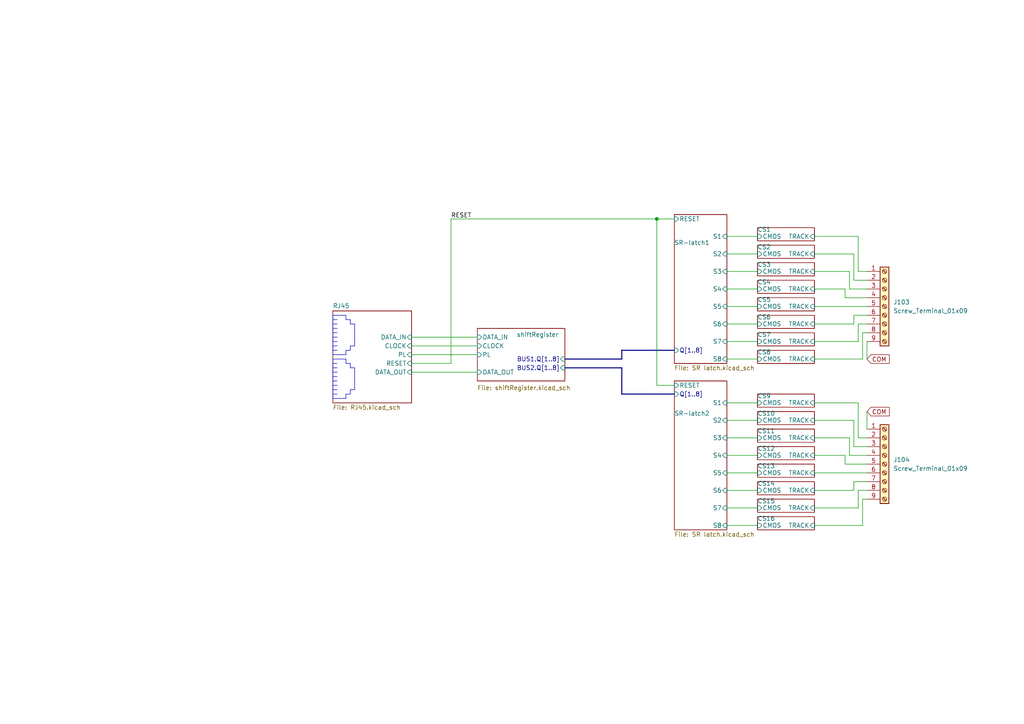
<source format=kicad_sch>
(kicad_sch (version 20230121) (generator eeschema)
  (paper "A4")
  (lib_symbols
    (symbol "Connector:Screw_Terminal_01x09" (pin_names (offset 1.016) hide)
      (property "Reference" "J" (at 0 12.7 0))
      (property "Value" "Screw_Terminal_01x09" (at 0 -12.7 0))
      (symbol "Screw_Terminal_01x09_1_1"
        (rectangle (start -1.27 11.43) (end 1.27 -11.43) (stroke (width 0.254)) (fill (type background)))
        (circle (center 0 -10.16) (radius 0.635) (stroke (width 0.1524)))
        (circle (center 0 -7.62) (radius 0.635) (stroke (width 0.1524)))
        (circle (center 0 -5.08) (radius 0.635) (stroke (width 0.1524)))
        (circle (center 0 -2.54) (radius 0.635) (stroke (width 0.1524)))
        (polyline (pts (xy -0.5334 -9.8298) (xy 0.3302 -10.668)) (stroke (width 0.1524)))
        (polyline (pts (xy -0.5334 -7.2898) (xy 0.3302 -8.128)) (stroke (width 0.1524)))
        (polyline (pts (xy -0.5334 -4.7498) (xy 0.3302 -5.588)) (stroke (width 0.1524)))
        (polyline (pts (xy -0.5334 -2.2098) (xy 0.3302 -3.048)) (stroke (width 0.1524)))
        (polyline (pts (xy -0.5334 0.3302) (xy 0.3302 -0.508)) (stroke (width 0.1524)))
        (polyline (pts (xy -0.5334 2.8702) (xy 0.3302 2.032)) (stroke (width 0.1524)))
        (polyline (pts (xy -0.5334 5.4102) (xy 0.3302 4.572)) (stroke (width 0.1524)))
        (polyline (pts (xy -0.5334 7.9502) (xy 0.3302 7.112)) (stroke (width 0.1524)))
        (polyline (pts (xy -0.5334 10.4902) (xy 0.3302 9.652)) (stroke (width 0.1524)))
        (polyline (pts (xy -0.3556 -9.652) (xy 0.508 -10.4902)) (stroke (width 0.1524)))
        (polyline (pts (xy -0.3556 -7.112) (xy 0.508 -7.9502)) (stroke (width 0.1524)))
        (polyline (pts (xy -0.3556 -4.572) (xy 0.508 -5.4102)) (stroke (width 0.1524)))
        (polyline (pts (xy -0.3556 -2.032) (xy 0.508 -2.8702)) (stroke (width 0.1524)))
        (polyline (pts (xy -0.3556 0.508) (xy 0.508 -0.3302)) (stroke (width 0.1524)))
        (polyline (pts (xy -0.3556 3.048) (xy 0.508 2.2098)) (stroke (width 0.1524)))
        (polyline (pts (xy -0.3556 5.588) (xy 0.508 4.7498)) (stroke (width 0.1524)))
        (polyline (pts (xy -0.3556 8.128) (xy 0.508 7.2898)) (stroke (width 0.1524)))
        (polyline (pts (xy -0.3556 10.668) (xy 0.508 9.8298)) (stroke (width 0.1524)))
        (circle (center 0 0) (radius 0.635) (stroke (width 0.1524)))
        (circle (center 0 2.54) (radius 0.635) (stroke (width 0.1524)))
        (circle (center 0 5.08) (radius 0.635) (stroke (width 0.1524)))
        (circle (center 0 7.62) (radius 0.635) (stroke (width 0.1524)))
        (circle (center 0 10.16) (radius 0.635) (stroke (width 0.1524)))
        (pin passive line (at -5.08 10.16 0) (length 3.81) (name "Pin_1") (number "1"))
        (pin passive line (at -5.08 7.62 0) (length 3.81) (name "Pin_2") (number "2"))
        (pin passive line (at -5.08 5.08 0) (length 3.81) (name "Pin_3") (number "3"))
        (pin passive line (at -5.08 2.54 0) (length 3.81) (name "Pin_4") (number "4"))
        (pin passive line (at -5.08 0 0) (length 3.81) (name "Pin_5") (number "5"))
        (pin passive line (at -5.08 -2.54 0) (length 3.81) (name "Pin_6") (number "6"))
        (pin passive line (at -5.08 -5.08 0) (length 3.81) (name "Pin_7") (number "7"))
        (pin passive line (at -5.08 -7.62 0) (length 3.81) (name "Pin_8") (number "8"))
        (pin passive line (at -5.08 -10.16 0) (length 3.81) (name "Pin_9") (number "9"))
      )
    )
  )
  (junction (at 190.5 63.5))
  (bus (pts (xy 180.34 104.14) (xy 163.83 104.14)))
  (wire (pts (xy 236.22 121.92) (xy 247.65 121.92)))
  (wire (pts (xy 210.82 132.08) (xy 219.71 132.08)))
  (wire (pts (xy 248.92 78.74) (xy 248.92 68.58)))
  (polyline (pts (xy 100.33 105.41) (xy 101.6 105.41)))
  (wire (pts (xy 119.38 105.41) (xy 130.81 105.41)))
  (wire (pts (xy 236.22 152.4) (xy 250.19 152.4)))
  (polyline (pts (xy 102.87 113.03) (xy 101.6 113.03)))
  (polyline (pts (xy 96.52 95.25) (xy 97.79 95.25)))
  (polyline (pts (xy 96.52 96.52) (xy 97.79 96.52)))
  (polyline (pts (xy 101.6 105.41) (xy 101.6 106.68)))
  (polyline (pts (xy 101.6 101.6) (xy 100.33 101.6)))
  (wire (pts (xy 247.65 93.98) (xy 247.65 91.44)))
  (wire (pts (xy 247.65 91.44) (xy 251.46 91.44)))
  (wire (pts (xy 236.22 93.98) (xy 247.65 93.98)))
  (wire (pts (xy 248.92 147.32) (xy 248.92 142.24)))
  (polyline (pts (xy 100.33 101.6) (xy 100.33 102.87)))
  (polyline (pts (xy 101.6 100.33) (xy 101.6 101.6)))
  (wire (pts (xy 210.82 88.9) (xy 219.71 88.9)))
  (polyline (pts (xy 96.52 104.14) (xy 96.52 115.57)))
  (wire (pts (xy 250.19 144.78) (xy 251.46 144.78)))
  (polyline (pts (xy 100.33 104.14) (xy 100.33 105.41)))
  (wire (pts (xy 246.38 127) (xy 246.38 132.08)))
  (polyline (pts (xy 101.6 93.98) (xy 102.87 93.98)))
  (wire (pts (xy 246.38 132.08) (xy 251.46 132.08)))
  (wire (pts (xy 190.5 111.76) (xy 190.5 63.5)))
  (polyline (pts (xy 100.33 102.87) (xy 96.52 102.87)))
  (wire (pts (xy 210.82 93.98) (xy 219.71 93.98)))
  (wire (pts (xy 210.82 152.4) (xy 219.71 152.4)))
  (wire (pts (xy 236.22 127) (xy 246.38 127)))
  (polyline (pts (xy 100.33 91.44) (xy 100.33 92.71)))
  (wire (pts (xy 245.11 134.62) (xy 245.11 132.08)))
  (wire (pts (xy 210.82 73.66) (xy 219.71 73.66)))
  (polyline (pts (xy 96.52 100.33) (xy 97.79 100.33)))
  (wire (pts (xy 248.92 99.06) (xy 248.92 93.98)))
  (polyline (pts (xy 96.52 91.44) (xy 96.52 102.87)))
  (polyline (pts (xy 96.52 105.41) (xy 97.79 105.41)))
  (polyline (pts (xy 101.6 92.71) (xy 101.6 93.98)))
  (polyline (pts (xy 100.33 115.57) (xy 96.52 115.57)))
  (wire (pts (xy 236.22 137.16) (xy 251.46 137.16)))
  (wire (pts (xy 236.22 78.74) (xy 246.38 78.74)))
  (polyline (pts (xy 96.52 111.76) (xy 97.79 111.76)))
  (wire (pts (xy 236.22 104.14) (xy 250.19 104.14)))
  (wire (pts (xy 248.92 68.58) (xy 236.22 68.58)))
  (wire (pts (xy 245.11 83.82) (xy 236.22 83.82)))
  (bus (pts (xy 163.83 106.68) (xy 180.34 106.68)))
  (wire (pts (xy 119.38 107.95) (xy 138.43 107.95)))
  (bus (pts (xy 180.34 114.3) (xy 195.58 114.3)))
  (polyline (pts (xy 96.52 101.6) (xy 97.79 101.6)))
  (polyline (pts (xy 96.52 91.44) (xy 100.33 91.44)))
  (bus (pts (xy 180.34 106.68) (xy 180.34 114.3)))
  (wire (pts (xy 251.46 104.14) (xy 251.46 99.06)))
  (wire (pts (xy 119.38 100.33) (xy 138.43 100.33)))
  (bus (pts (xy 180.34 101.6) (xy 180.34 104.14)))
  (bus (pts (xy 195.58 101.6) (xy 180.34 101.6)))
  (polyline (pts (xy 96.52 114.3) (xy 97.79 114.3)))
  (wire (pts (xy 245.11 86.36) (xy 251.46 86.36)))
  (wire (pts (xy 210.82 78.74) (xy 219.71 78.74)))
  (polyline (pts (xy 96.52 104.14) (xy 100.33 104.14)))
  (wire (pts (xy 236.22 88.9) (xy 251.46 88.9)))
  (wire (pts (xy 245.11 134.62) (xy 251.46 134.62)))
  (polyline (pts (xy 96.52 107.95) (xy 97.79 107.95)))
  (wire (pts (xy 251.46 119.38) (xy 251.46 124.46)))
  (polyline (pts (xy 96.52 110.49) (xy 97.79 110.49)))
  (polyline (pts (xy 100.33 114.3) (xy 100.33 115.57)))
  (wire (pts (xy 245.11 132.08) (xy 236.22 132.08)))
  (wire (pts (xy 210.82 99.06) (xy 219.71 99.06)))
  (polyline (pts (xy 101.6 114.3) (xy 100.33 114.3)))
  (wire (pts (xy 250.19 96.52) (xy 251.46 96.52)))
  (polyline (pts (xy 102.87 106.68) (xy 102.87 113.03)))
  (polyline (pts (xy 100.33 92.71) (xy 101.6 92.71)))
  (wire (pts (xy 210.82 83.82) (xy 219.71 83.82)))
  (wire (pts (xy 248.92 127) (xy 248.92 116.84)))
  (wire (pts (xy 247.65 129.54) (xy 251.46 129.54)))
  (wire (pts (xy 210.82 116.84) (xy 219.71 116.84)))
  (wire (pts (xy 246.38 78.74) (xy 246.38 83.82)))
  (wire (pts (xy 248.92 127) (xy 251.46 127)))
  (wire (pts (xy 248.92 142.24) (xy 251.46 142.24)))
  (polyline (pts (xy 102.87 100.33) (xy 101.6 100.33)))
  (polyline (pts (xy 96.52 106.68) (xy 97.79 106.68)))
  (wire (pts (xy 246.38 83.82) (xy 251.46 83.82)))
  (wire (pts (xy 130.81 63.5) (xy 190.5 63.5)))
  (wire (pts (xy 250.19 104.14) (xy 250.19 96.52)))
  (polyline (pts (xy 102.87 93.98) (xy 102.87 100.33)))
  (wire (pts (xy 245.11 86.36) (xy 245.11 83.82)))
  (wire (pts (xy 119.38 102.87) (xy 138.43 102.87)))
  (wire (pts (xy 210.82 68.58) (xy 219.71 68.58)))
  (wire (pts (xy 247.65 139.7) (xy 251.46 139.7)))
  (wire (pts (xy 250.19 152.4) (xy 250.19 144.78)))
  (wire (pts (xy 236.22 147.32) (xy 248.92 147.32)))
  (wire (pts (xy 130.81 105.41) (xy 130.81 63.5)))
  (wire (pts (xy 210.82 121.92) (xy 219.71 121.92)))
  (wire (pts (xy 210.82 147.32) (xy 219.71 147.32)))
  (polyline (pts (xy 96.52 97.79) (xy 97.79 97.79)))
  (wire (pts (xy 236.22 142.24) (xy 247.65 142.24)))
  (polyline (pts (xy 96.52 92.71) (xy 97.79 92.71)))
  (wire (pts (xy 236.22 99.06) (xy 248.92 99.06)))
  (wire (pts (xy 248.92 78.74) (xy 251.46 78.74)))
  (polyline (pts (xy 96.52 109.22) (xy 97.79 109.22)))
  (wire (pts (xy 210.82 127) (xy 219.71 127)))
  (wire (pts (xy 195.58 111.76) (xy 190.5 111.76)))
  (wire (pts (xy 210.82 137.16) (xy 219.71 137.16)))
  (wire (pts (xy 210.82 104.14) (xy 219.71 104.14)))
  (polyline (pts (xy 101.6 106.68) (xy 102.87 106.68)))
  (wire (pts (xy 247.65 81.28) (xy 251.46 81.28)))
  (polyline (pts (xy 96.52 99.06) (xy 97.79 99.06)))
  (wire (pts (xy 248.92 93.98) (xy 251.46 93.98)))
  (wire (pts (xy 119.38 97.79) (xy 138.43 97.79)))
  (wire (pts (xy 247.65 121.92) (xy 247.65 129.54)))
  (polyline (pts (xy 96.52 113.03) (xy 97.79 113.03)))
  (wire (pts (xy 190.5 63.5) (xy 195.58 63.5)))
  (polyline (pts (xy 96.52 93.98) (xy 97.79 93.98)))
  (polyline (pts (xy 101.6 113.03) (xy 101.6 114.3)))
  (wire (pts (xy 236.22 73.66) (xy 247.65 73.66)))
  (wire (pts (xy 247.65 142.24) (xy 247.65 139.7)))
  (wire (pts (xy 247.65 73.66) (xy 247.65 81.28)))
  (wire (pts (xy 248.92 116.84) (xy 236.22 116.84)))
  (wire (pts (xy 210.82 142.24) (xy 219.71 142.24)))
  (label "RESET" (at 130.81 63.5 0))
  (global_label "COM" (shape input) (at 251.46 119.38 0) (property "Intersheetrefs" "${INTERSHEET_REFS}" (effects hide)))
  (global_label "COM" (shape input) (at 251.46 104.14 0) (property "Intersheetrefs" "${INTERSHEET_REFS}" (effects hide)))
  (symbol (lib_id "Connector:Screw_Terminal_01x09") (at 256.54 88.9 0) (unit 1)
    (property "Reference" "J103" (at 259.08 87.63 0) (effects (justify left)))
    (property "Value" "Screw_Terminal_01x09" (at 259.08 90.17 0) (effects (justify left)))
    (property "Footprint" "TerminalBlock_Phoenix:TerminalBlock_Phoenix_MKDS-1,5-9-5.08_1x09_P5.08mm_Horizontal" (effects hide))
  )
  (symbol (lib_id "Connector:Screw_Terminal_01x09") (at 256.54 134.62 0) (unit 1)
    (property "Reference" "J104" (at 259.08 133.35 0) (effects (justify left)))
    (property "Value" "Screw_Terminal_01x09" (at 259.08 135.89 0) (effects (justify left)))
    (property "Footprint" "TerminalBlock_Phoenix:TerminalBlock_Phoenix_MKDS-1,5-9-5.08_1x09_P5.08mm_Horizontal" (effects hide))
  )
  (sheet (at 219.71 134.62) (size 16.51 3.81) (stroke (width 0.1524))
    (property "Sheetname" "CS13" (at 219.71 135.89 0) (effects (justify left bottom)))
    (property "Sheetfile" "current sensor.kicad_sch" (effects hide))
    (pin "TRACK" input (at 236.22 137.16 0))
    (pin "CMOS" input (at 219.71 137.16 180))
  )
  (sheet (at 195.58 110.49) (size 15.24 43.18) (stroke (width 0.1524))
    (property "Sheetname" "SR-latch2" (at 195.58 120.65 0) (effects (justify left bottom)))
    (property "Sheetfile" "SR latch.kicad_sch" (at 195.58 154.2546 0) (effects (justify left top)))
    (pin "S6" input (at 210.82 142.24 0))
    (pin "S5" input (at 210.82 137.16 0))
    (pin "S7" input (at 210.82 147.32 0))
    (pin "S8" input (at 210.82 152.4 0))
    (pin "S3" input (at 210.82 127 0))
    (pin "S4" input (at 210.82 132.08 0))
    (pin "S1" input (at 210.82 116.84 0))
    (pin "S2" input (at 210.82 121.92 0))
    (pin "RESET" input (at 195.58 111.76 180))
    (pin "Q[1..8]" input (at 195.58 114.3 180))
  )
  (sheet (at 219.71 71.12) (size 16.51 3.81) (stroke (width 0.1524))
    (property "Sheetname" "CS2" (at 219.71 72.39 0) (effects (justify left bottom)))
    (property "Sheetfile" "current sensor.kicad_sch" (effects hide))
    (pin "TRACK" input (at 236.22 73.66 0))
    (pin "CMOS" input (at 219.71 73.66 180))
  )
  (sheet (at 138.43 95.25) (size 25.4 15.24) (stroke (width 0.1524))
    (property "Sheetname" "shiftRegister" (at 149.86 97.79 0) (effects (justify left bottom)))
    (property "Sheetfile" "shiftRegister.kicad_sch" (at 138.43 111.76 0) (effects (justify left top)))
    (pin "BUS2.Q[1..8]" input (at 163.83 106.68 0))
    (pin "BUS1.Q[1..8]" input (at 163.83 104.14 0))
    (pin "CLOCK" input (at 138.43 100.33 180))
    (pin "PL" input (at 138.43 102.87 180))
    (pin "DATA_IN" input (at 138.43 97.79 180))
    (pin "DATA_OUT" input (at 138.43 107.95 180))
  )
  (sheet (at 219.71 81.28) (size 16.51 3.81) (stroke (width 0.1524))
    (property "Sheetname" "CS4" (at 219.71 82.55 0) (effects (justify left bottom)))
    (property "Sheetfile" "current sensor.kicad_sch" (effects hide))
    (pin "TRACK" input (at 236.22 83.82 0))
    (pin "CMOS" input (at 219.71 83.82 180))
  )
  (sheet (at 195.58 62.23) (size 15.24 43.18) (stroke (width 0.1524))
    (property "Sheetname" "SR-latch1" (at 195.58 71.12 0) (effects (justify left bottom)))
    (property "Sheetfile" "SR latch.kicad_sch" (at 195.58 105.9946 0) (effects (justify left top)))
    (pin "S6" input (at 210.82 93.98 0))
    (pin "S5" input (at 210.82 88.9 0))
    (pin "S7" input (at 210.82 99.06 0))
    (pin "S8" input (at 210.82 104.14 0))
    (pin "S3" input (at 210.82 78.74 0))
    (pin "S4" input (at 210.82 83.82 0))
    (pin "S1" input (at 210.82 68.58 0))
    (pin "S2" input (at 210.82 73.66 0))
    (pin "RESET" input (at 195.58 63.5 180))
    (pin "Q[1..8]" input (at 195.58 101.6 180))
  )
  (sheet (at 219.71 96.52) (size 16.51 3.81) (stroke (width 0.1524))
    (property "Sheetname" "CS7" (at 219.71 97.79 0) (effects (justify left bottom)))
    (property "Sheetfile" "current sensor.kicad_sch" (effects hide))
    (pin "TRACK" input (at 236.22 99.06 0))
    (pin "CMOS" input (at 219.71 99.06 180))
  )
  (sheet (at 219.71 124.46) (size 16.51 3.81) (stroke (width 0.1524))
    (property "Sheetname" "CS11" (at 219.71 125.73 0) (effects (justify left bottom)))
    (property "Sheetfile" "current sensor.kicad_sch" (effects hide))
    (pin "TRACK" input (at 236.22 127 0))
    (pin "CMOS" input (at 219.71 127 180))
  )
  (sheet (at 219.71 149.86) (size 16.51 3.81) (stroke (width 0.1524))
    (property "Sheetname" "CS16" (at 219.71 151.13 0) (effects (justify left bottom)))
    (property "Sheetfile" "current sensor.kicad_sch" (effects hide))
    (pin "TRACK" input (at 236.22 152.4 0))
    (pin "CMOS" input (at 219.71 152.4 180))
  )
  (sheet (at 219.71 91.44) (size 16.51 3.81) (stroke (width 0.1524))
    (property "Sheetname" "CS6" (at 219.71 92.71 0) (effects (justify left bottom)))
    (property "Sheetfile" "current sensor.kicad_sch" (effects hide))
    (pin "TRACK" input (at 236.22 93.98 0))
    (pin "CMOS" input (at 219.71 93.98 180))
  )
  (sheet (at 219.71 119.38) (size 16.51 3.81) (stroke (width 0.1524))
    (property "Sheetname" "CS10" (at 219.71 120.65 0) (effects (justify left bottom)))
    (property "Sheetfile" "current sensor.kicad_sch" (effects hide))
    (pin "TRACK" input (at 236.22 121.92 0))
    (pin "CMOS" input (at 219.71 121.92 180))
  )
  (sheet (at 219.71 129.54) (size 16.51 3.81) (stroke (width 0.1524))
    (property "Sheetname" "CS12" (at 219.71 130.81 0) (effects (justify left bottom)))
    (property "Sheetfile" "current sensor.kicad_sch" (effects hide))
    (pin "TRACK" input (at 236.22 132.08 0))
    (pin "CMOS" input (at 219.71 132.08 180))
  )
  (sheet (at 219.71 86.36) (size 16.51 3.81) (stroke (width 0.1524))
    (property "Sheetname" "CS5" (at 219.71 87.63 0) (effects (justify left bottom)))
    (property "Sheetfile" "current sensor.kicad_sch" (effects hide))
    (pin "TRACK" input (at 236.22 88.9 0))
    (pin "CMOS" input (at 219.71 88.9 180))
  )
  (sheet (at 96.52 90.17) (size 22.86 26.67) (stroke (width 0.1524))
    (property "Sheetname" "RJ45" (at 96.52 89.4584 0) (effects (justify left bottom)))
    (property "Sheetfile" "RJ45.kicad_sch" (at 96.52 117.4246 0) (effects (justify left top)))
    (pin "DATA_IN" input (at 119.38 97.79 0))
    (pin "PL" input (at 119.38 102.87 0))
    (pin "CLOCK" input (at 119.38 100.33 0))
    (pin "RESET" input (at 119.38 105.41 0))
    (pin "DATA_OUT" input (at 119.38 107.95 0))
  )
  (sheet (at 219.71 101.6) (size 16.51 3.81) (stroke (width 0.1524))
    (property "Sheetname" "CS8" (at 219.71 102.87 0) (effects (justify left bottom)))
    (property "Sheetfile" "current sensor.kicad_sch" (effects hide))
    (pin "TRACK" input (at 236.22 104.14 0))
    (pin "CMOS" input (at 219.71 104.14 180))
  )
  (sheet (at 219.71 114.3) (size 16.51 3.81) (stroke (width 0.1524))
    (property "Sheetname" "CS9" (at 219.71 115.57 0) (effects (justify left bottom)))
    (property "Sheetfile" "current sensor.kicad_sch" (effects hide))
    (pin "TRACK" input (at 236.22 116.84 0))
    (pin "CMOS" input (at 219.71 116.84 180))
  )
  (sheet (at 219.71 76.2) (size 16.51 3.81) (stroke (width 0.1524))
    (property "Sheetname" "CS3" (at 219.71 77.47 0) (effects (justify left bottom)))
    (property "Sheetfile" "current sensor.kicad_sch" (effects hide))
    (pin "TRACK" input (at 236.22 78.74 0))
    (pin "CMOS" input (at 219.71 78.74 180))
  )
  (sheet (at 219.71 139.7) (size 16.51 3.81) (stroke (width 0.1524))
    (property "Sheetname" "CS14" (at 219.71 140.97 0) (effects (justify left bottom)))
    (property "Sheetfile" "current sensor.kicad_sch" (effects hide))
    (pin "TRACK" input (at 236.22 142.24 0))
    (pin "CMOS" input (at 219.71 142.24 180))
  )
  (sheet (at 219.71 66.04) (size 16.51 3.81) (stroke (width 0.1524))
    (property "Sheetname" "CS1" (at 219.71 67.31 0) (effects (justify left bottom)))
    (property "Sheetfile" "current sensor.kicad_sch" (effects hide))
    (pin "TRACK" input (at 236.22 68.58 0))
    (pin "CMOS" input (at 219.71 68.58 180))
  )
  (sheet (at 219.71 144.78) (size 16.51 3.81) (stroke (width 0.1524))
    (property "Sheetname" "CS15" (at 219.71 146.05 0) (effects (justify left bottom)))
    (property "Sheetfile" "current sensor.kicad_sch" (effects hide))
    (pin "TRACK" input (at 236.22 147.32 0))
    (pin "CMOS" input (at 219.71 147.32 180))
  )
)
</source>
